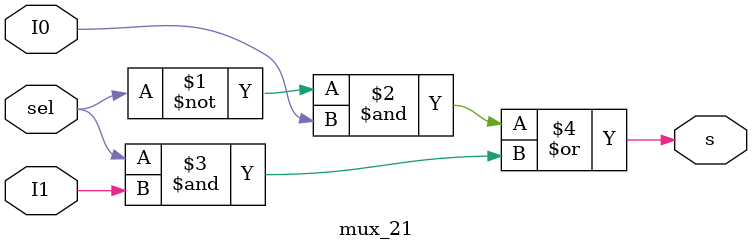
<source format=v>
/*
Aluno: Alexandre Roque
Disciplina: Sistemas Digitais
Professora: Mara Coelho

MUX 2:1
entrada de seleção: sel
entradas dados: I0, I1
output do MUX s */

module mux_21 (I0,I1,sel,s);
	output s;
	input I0,I1,sel;
	
assign s = ((~sel)  & I0) | (sel & (I1));

endmodule

</source>
